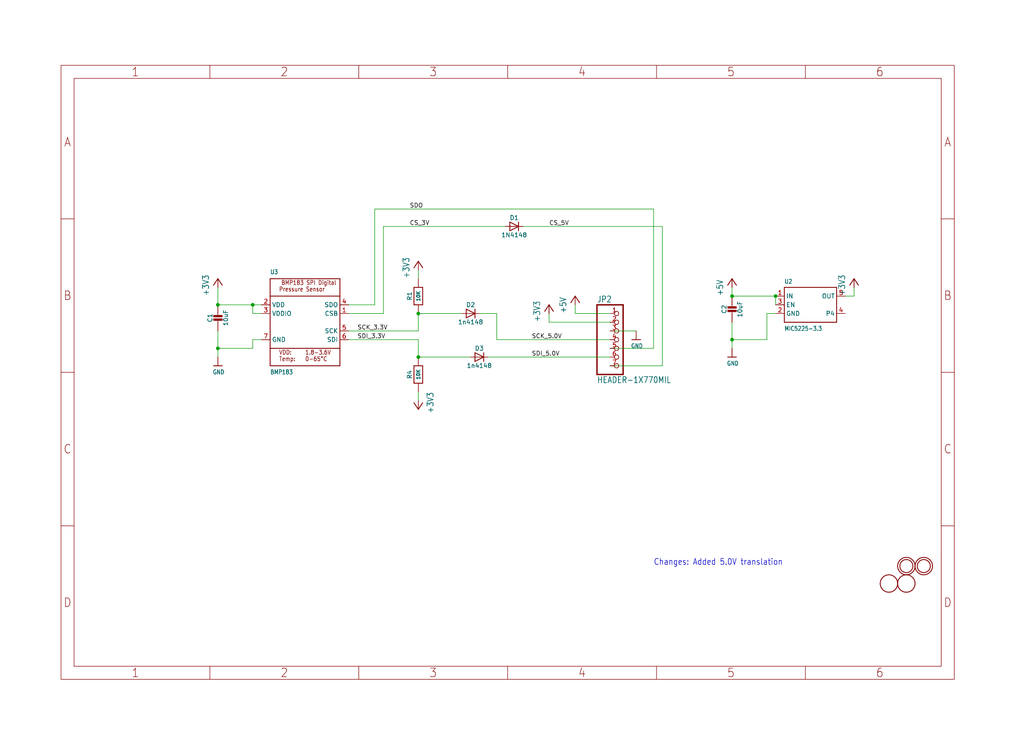
<source format=kicad_sch>
(kicad_sch (version 20211123) (generator eeschema)
  (paper "User" 298.45 217.881)
  (lib_symbols
    (symbol "schematicEagle-eagle-import:+3V3" (power)
      (property "Value" "+3V3" (at -2.54 -5.08 90))
      (symbol "+3V3_1_0"
        (polyline (pts (xy 0 0) (xy -1.27 -1.905)) (stroke (width 0.254)))
        (polyline (pts (xy 1.27 -1.905) (xy 0 0)) (stroke (width 0.254)))
        (pin power_in line (at 0 -2.54 90) (length 2.54) (name "+3V3") (number "1"))
      )
    )
    (symbol "schematicEagle-eagle-import:+5V" (power)
      (property "Value" "+5V" (at -2.54 -5.08 90))
      (symbol "+5V_1_0"
        (polyline (pts (xy 0 0) (xy -1.27 -1.905)) (stroke (width 0.254)))
        (polyline (pts (xy 1.27 -1.905) (xy 0 0)) (stroke (width 0.254)))
        (pin power_in line (at 0 -2.54 90) (length 2.54) (name "+5V") (number "1"))
      )
    )
    (symbol "schematicEagle-eagle-import:BMP183"
      (property "Reference" "IC" (at -10.16 13.97 0))
      (property "Value" "BMP183" (at -10.16 -15.24 0))
      (symbol "BMP183_1_0"
        (polyline (pts (xy -10.16 -7.62) (xy -10.16 -12.7)) (stroke (width 0.254)))
        (polyline (pts (xy -10.16 -7.62) (xy -10.16 7.62)) (stroke (width 0.254)))
        (polyline (pts (xy -10.16 7.62) (xy 10.16 7.62)) (stroke (width 0.254)))
        (polyline (pts (xy -10.16 12.7) (xy -10.16 7.62)) (stroke (width 0.254)))
        (polyline (pts (xy -10.16 12.7) (xy 10.16 12.7)) (stroke (width 0.254)))
        (polyline (pts (xy 10.16 -12.7) (xy -10.16 -12.7)) (stroke (width 0.254)))
        (polyline (pts (xy 10.16 -7.62) (xy -10.16 -7.62)) (stroke (width 0.254)))
        (polyline (pts (xy 10.16 -7.62) (xy 10.16 -12.7)) (stroke (width 0.254)))
        (polyline (pts (xy 10.16 7.62) (xy 10.16 -7.62)) (stroke (width 0.254)))
        (polyline (pts (xy 10.16 12.7) (xy 10.16 7.62)) (stroke (width 0.254)))
        (text "0-65°C" (at 0 -11.43 0) (effects (font (size 1.27 1.0795)) (justify left bottom)))
        (text "1.8-3.6V" (at 0 -9.525 0) (effects (font (size 1.27 1.0795)) (justify left bottom)))
        (text "BMP183 SPI Digital" (at -6.985 10.795 0) (effects (font (size 1.27 1.0795)) (justify left bottom)))
        (text "Pressure Sensor" (at -7.62 8.89 0) (effects (font (size 1.27 1.0795)) (justify left bottom)))
        (text "Temp:" (at -7.62 -11.43 0) (effects (font (size 1.27 1.0795)) (justify left bottom)))
        (text "VDD:" (at -7.62 -9.525 0) (effects (font (size 1.27 1.0795)) (justify left bottom)))
        (pin input line (at 12.7 2.54 180) (length 2.54) (name "CSB") (number "1"))
        (pin power_in line (at -12.7 5.08 0) (length 2.54) (name "VDD") (number "2"))
        (pin power_in line (at -12.7 2.54 0) (length 2.54) (name "VDDIO") (number "3"))
        (pin output line (at 12.7 5.08 180) (length 2.54) (name "SDO") (number "4"))
        (pin input line (at 12.7 -2.54 180) (length 2.54) (name "SCK") (number "5"))
        (pin input line (at 12.7 -5.08 180) (length 2.54) (name "SDI") (number "6"))
        (pin power_in line (at -12.7 -5.08 0) (length 2.54) (name "GND") (number "7"))
      )
    )
    (symbol "schematicEagle-eagle-import:CAP_CERAMIC0805-NOOUTLINE"
      (property "Reference" "C" (at -2.29 1.25 90))
      (property "Value" "CAP_CERAMIC0805-NOOUTLINE" (at 2.3 1.25 90))
      (symbol "CAP_CERAMIC0805-NOOUTLINE_1_0"
        (rectangle (start -1.27 0.508) (end 1.27 1.016) (fill (type outline)))
        (rectangle (start -1.27 1.524) (end 1.27 2.032) (fill (type outline)))
        (polyline (pts (xy 0 0.762) (xy 0 0)) (stroke (width 0.1524)))
        (polyline (pts (xy 0 2.54) (xy 0 1.778)) (stroke (width 0.1524)))
        (pin passive line (at 0 5.08 270) (length 2.54) (name "1") (number "1"))
        (pin passive line (at 0 -2.54 90) (length 2.54) (name "2") (number "2"))
      )
    )
    (symbol "schematicEagle-eagle-import:DIODESOD-323"
      (property "Reference" "D" (at 0 2.54 0))
      (property "Value" "DIODESOD-323" (at 0 -2.5 0))
      (symbol "DIODESOD-323_1_0"
        (polyline (pts (xy -1.27 -1.27) (xy 1.27 0)) (stroke (width 0.254)))
        (polyline (pts (xy -1.27 1.27) (xy -1.27 -1.27)) (stroke (width 0.254)))
        (polyline (pts (xy 1.27 0) (xy -1.27 1.27)) (stroke (width 0.254)))
        (polyline (pts (xy 1.27 0) (xy 1.27 -1.27)) (stroke (width 0.254)))
        (polyline (pts (xy 1.27 1.27) (xy 1.27 0)) (stroke (width 0.254)))
        (pin passive line (at -2.54 0 0) (length 2.54) (name "A") (number "A"))
        (pin passive line (at 2.54 0 180) (length 2.54) (name "C") (number "C"))
      )
    )
    (symbol "schematicEagle-eagle-import:FIDUCIAL"
      (symbol "FIDUCIAL_1_0"
        (circle (center 0 0) (radius 2.54) (stroke (width 0.254)))
      )
    )
    (symbol "schematicEagle-eagle-import:FRAME_A4"
      (symbol "FRAME_A4_0_0"
        (polyline (pts (xy 0 44.7675) (xy 3.81 44.7675)))
        (polyline (pts (xy 0 89.535) (xy 3.81 89.535)))
        (polyline (pts (xy 0 134.3025) (xy 3.81 134.3025)))
        (polyline (pts (xy 3.81 3.81) (xy 3.81 175.26)))
        (polyline (pts (xy 43.3917 0) (xy 43.3917 3.81)))
        (polyline (pts (xy 43.3917 175.26) (xy 43.3917 179.07)))
        (polyline (pts (xy 86.7833 0) (xy 86.7833 3.81)))
        (polyline (pts (xy 86.7833 175.26) (xy 86.7833 179.07)))
        (polyline (pts (xy 130.175 0) (xy 130.175 3.81)))
        (polyline (pts (xy 130.175 175.26) (xy 130.175 179.07)))
        (polyline (pts (xy 173.5667 0) (xy 173.5667 3.81)))
        (polyline (pts (xy 173.5667 175.26) (xy 173.5667 179.07)))
        (polyline (pts (xy 216.9583 0) (xy 216.9583 3.81)))
        (polyline (pts (xy 216.9583 175.26) (xy 216.9583 179.07)))
        (polyline (pts (xy 256.54 3.81) (xy 3.81 3.81)))
        (polyline (pts (xy 256.54 3.81) (xy 256.54 175.26)))
        (polyline (pts (xy 256.54 44.7675) (xy 260.35 44.7675)))
        (polyline (pts (xy 256.54 89.535) (xy 260.35 89.535)))
        (polyline (pts (xy 256.54 134.3025) (xy 260.35 134.3025)))
        (polyline (pts (xy 256.54 175.26) (xy 3.81 175.26)))
        (polyline (pts (xy 0 0) (xy 260.35 0) (xy 260.35 179.07) (xy 0 179.07) (xy 0 0)))
        (text "1" (at 21.6958 1.905 0) (effects (font (size 2.54 2.286))))
        (text "1" (at 21.6958 177.165 0) (effects (font (size 2.54 2.286))))
        (text "2" (at 65.0875 1.905 0) (effects (font (size 2.54 2.286))))
        (text "2" (at 65.0875 177.165 0) (effects (font (size 2.54 2.286))))
        (text "3" (at 108.4792 1.905 0) (effects (font (size 2.54 2.286))))
        (text "3" (at 108.4792 177.165 0) (effects (font (size 2.54 2.286))))
        (text "4" (at 151.8708 1.905 0) (effects (font (size 2.54 2.286))))
        (text "4" (at 151.8708 177.165 0) (effects (font (size 2.54 2.286))))
        (text "5" (at 195.2625 1.905 0) (effects (font (size 2.54 2.286))))
        (text "5" (at 195.2625 177.165 0) (effects (font (size 2.54 2.286))))
        (text "6" (at 238.6542 1.905 0) (effects (font (size 2.54 2.286))))
        (text "6" (at 238.6542 177.165 0) (effects (font (size 2.54 2.286))))
        (text "A" (at 1.905 156.6863 0) (effects (font (size 2.54 2.286))))
        (text "A" (at 258.445 156.6863 0) (effects (font (size 2.54 2.286))))
        (text "B" (at 1.905 111.9188 0) (effects (font (size 2.54 2.286))))
        (text "B" (at 258.445 111.9188 0) (effects (font (size 2.54 2.286))))
        (text "C" (at 1.905 67.1513 0) (effects (font (size 2.54 2.286))))
        (text "C" (at 258.445 67.1513 0) (effects (font (size 2.54 2.286))))
        (text "D" (at 1.905 22.3838 0) (effects (font (size 2.54 2.286))))
        (text "D" (at 258.445 22.3838 0) (effects (font (size 2.54 2.286))))
      )
      (symbol "FRAME_A4_1_0"
        (polyline (pts (xy 256.54 3.81) (xy 256.54 8.89)) (stroke (width 0.1016)))
        (polyline (pts (xy 256.54 8.89) (xy 256.54 13.97)) (stroke (width 0.1016)))
        (polyline (pts (xy 256.54 13.97) (xy 256.54 19.05)) (stroke (width 0.1016)))
        (polyline (pts (xy 256.54 19.05) (xy 256.54 36.83)) (stroke (width 0.1016)))
      )
      (symbol "FRAME_A4_2_0"
        (polyline (pts (xy 1.27 -6.35) (xy 1.27 0)) (stroke (width 0.1016)))
        (polyline (pts (xy 1.27 0) (xy 82.55 0)) (stroke (width 0.1016)))
        (polyline (pts (xy 82.55 -6.35) (xy 1.27 -6.35)) (stroke (width 0.1016)))
        (polyline (pts (xy 82.55 0) (xy 82.55 -6.35)) (stroke (width 0.1016)))
        (text "PART OR WHOLE IS STRICTLY PROHIBITED WITHOUT WRITTEN PERMISSION!" (at 3.81 -5.08 0) (effects (font (size 1.27 1.0795)) (justify left bottom)))
        (text "PROPRIETARY" (at 3.81 -10.16 0) (effects (font (size 2.54 2.159) (thickness 0.4318) bold) (justify left bottom)))
        (text "THIS DRAWING CONTAINS CONFIDENTIAL INFORMATION. ANY REPRODUCTION IN" (at 3.81 -2.794 0) (effects (font (size 1.27 1.0795)) (justify left bottom)))
      )
      (symbol "FRAME_A4_3_0"
        (polyline (pts (xy 0 1.27) (xy 20.32 1.27)) (stroke (width 0.6096)))
        (polyline (pts (xy 0 10.16) (xy 0 1.27)) (stroke (width 0.6096)))
        (polyline (pts (xy 0 10.16) (xy 20.32 10.16)) (stroke (width 0.3048)))
        (polyline (pts (xy 0 19.05) (xy 0 10.16)) (stroke (width 0.6096)))
        (polyline (pts (xy 0 19.05) (xy 20.32 19.05)) (stroke (width 0.3048)))
        (polyline (pts (xy 0 27.94) (xy 0 19.05)) (stroke (width 0.6096)))
        (polyline (pts (xy 0 27.94) (xy 20.32 27.94)) (stroke (width 0.3048)))
        (polyline (pts (xy 0 34.29) (xy 0 27.94)) (stroke (width 0.6096)))
        (polyline (pts (xy 20.32 1.27) (xy 20.32 6.35)) (stroke (width 0.3048)))
        (polyline (pts (xy 20.32 1.27) (xy 95.885 1.27)) (stroke (width 0.6096)))
        (polyline (pts (xy 20.32 6.35) (xy 20.32 10.16)) (stroke (width 0.3048)))
        (polyline (pts (xy 20.32 6.35) (xy 88.9 6.35)) (stroke (width 0.3048)))
        (polyline (pts (xy 20.32 10.16) (xy 20.32 19.05)) (stroke (width 0.3048)))
        (polyline (pts (xy 20.32 16.51) (xy 20.32 19.05)) (stroke (width 0.3048)))
        (polyline (pts (xy 20.32 19.05) (xy 20.32 27.94)) (stroke (width 0.3048)))
        (polyline (pts (xy 20.32 27.94) (xy 20.32 34.29)) (stroke (width 0.3048)))
        (polyline (pts (xy 20.32 27.94) (xy 65.0875 27.94)) (stroke (width 0.3048)))
        (polyline (pts (xy 20.32 34.29) (xy 0 34.29)) (stroke (width 0.6096)))
        (polyline (pts (xy 65.0875 27.94) (xy 106.045 27.94)) (stroke (width 0.3048)))
        (polyline (pts (xy 65.0875 34.29) (xy 20.32 34.29)) (stroke (width 0.6096)))
        (polyline (pts (xy 88.9 6.35) (xy 95.885 6.35)) (stroke (width 0.3048)))
        (polyline (pts (xy 88.9 16.51) (xy 20.32 16.51)) (stroke (width 0.3048)))
        (polyline (pts (xy 88.9 16.51) (xy 88.9 6.35)) (stroke (width 0.3048)))
        (polyline (pts (xy 95.885 1.27) (xy 121.92 1.27)) (stroke (width 0.6096)))
        (polyline (pts (xy 95.885 6.35) (xy 95.885 1.27)) (stroke (width 0.3048)))
        (polyline (pts (xy 95.885 6.35) (xy 121.92 6.35)) (stroke (width 0.3048)))
        (polyline (pts (xy 101.6 13.0175) (xy 102.5525 13.0175)) (stroke (width 0.254)))
        (polyline (pts (xy 106.045 27.94) (xy 106.045 34.29)) (stroke (width 0.3048)))
        (polyline (pts (xy 106.045 27.94) (xy 110.49 27.94)) (stroke (width 0.3048)))
        (polyline (pts (xy 106.045 34.29) (xy 65.0875 34.29)) (stroke (width 0.6096)))
        (polyline (pts (xy 110.49 16.51) (xy 88.9 16.51)) (stroke (width 0.3048)))
        (polyline (pts (xy 110.49 27.94) (xy 110.49 16.51)) (stroke (width 0.3048)))
        (polyline (pts (xy 110.49 27.94) (xy 113.03 27.94)) (stroke (width 0.3048)))
        (polyline (pts (xy 113.03 27.94) (xy 121.92 27.94)) (stroke (width 0.3048)))
        (polyline (pts (xy 113.03 34.29) (xy 106.045 34.29)) (stroke (width 0.6096)))
        (polyline (pts (xy 121.92 6.35) (xy 121.92 1.27)) (stroke (width 0.6096)))
        (polyline (pts (xy 121.92 16.51) (xy 110.49 16.51)) (stroke (width 0.3048)))
        (polyline (pts (xy 121.92 16.51) (xy 121.92 6.35)) (stroke (width 0.6096)))
        (polyline (pts (xy 121.92 27.94) (xy 121.92 16.51)) (stroke (width 0.6096)))
        (polyline (pts (xy 121.92 34.29) (xy 113.03 34.29)) (stroke (width 0.6096)))
        (polyline (pts (xy 121.92 34.29) (xy 121.92 27.94)) (stroke (width 0.6096)))
        (circle (center 109.5375 31.115) (radius 1.4199) (stroke (width 0.254)))
        (text "2013" (at 112.7125 30.1625 0) (effects (font (size 1.778 1.5113)) (justify left bottom)))
        (text ">CHECKED" (at 2.54 11.43 0) (effects (font (size 1.778 1.5113)) (justify left bottom)))
        (text ">COMPANY" (at 23.6538 29.3687 0) (effects (font (size 3.175 2.6987) (thickness 0.5397) bold) (justify left bottom)))
        (text ">DATE" (at 2.54 2.54 0) (effects (font (size 1.778 1.5113)) (justify left bottom)))
        (text ">DRAWING_NAME" (at 33.3375 2.54 0) (effects (font (size 2.54 2.159)) (justify left bottom)))
        (text ">DRAWN" (at 2.54 20.32 0) (effects (font (size 1.778 1.5113)) (justify left bottom)))
        (text ">DRGNO" (at 91.44 8.89 0) (effects (font (size 2.1844 1.8567)) (justify left bottom)))
        (text ">LAST_DATE_TIME" (at 33.02 8.89 0) (effects (font (size 2.54 2.159)) (justify left bottom)))
        (text ">REV" (at 114.3 18.415 0) (effects (font (size 3.81 3.2385)) (justify left bottom)))
        (text ">SHEET" (at 109.22 2.54 0) (effects (font (size 2.54 2.54)) (justify left bottom)))
        (text "C" (at 109.0612 30.48 0) (effects (font (size 1.27 1.0795)) (justify left bottom)))
        (text "CHECKED" (at 1.27 15.875 0) (effects (font (size 1.778 1.5113)) (justify left bottom)))
        (text "DATE" (at 1.27 6.985 0) (effects (font (size 1.778 1.5113)) (justify left bottom)))
        (text "DATE" (at 21.59 12.7 0) (effects (font (size 2.54 2.54)) (justify left bottom)))
        (text "DRAWN" (at 1.27 24.765 0) (effects (font (size 1.778 1.5113)) (justify left bottom)))
        (text "DRG" (at 90.17 12.7 0) (effects (font (size 2.54 2.54)) (justify left bottom)))
        (text "FILE:" (at 21.59 2.54 0) (effects (font (size 2.54 2.54)) (justify left bottom)))
        (text "ISSUE" (at 5.3975 30.1625 0) (effects (font (size 1.9304 1.6408)) (justify left bottom)))
        (text "N" (at 98.7425 12.7 0) (effects (font (size 2.54 2.54)) (justify left bottom)))
        (text "o" (at 101.2825 13.6525 0) (effects (font (size 2.1844 1.8567)) (justify left bottom)))
        (text "PAGE:" (at 97.155 2.54 0) (effects (font (size 2.54 2.54)) (justify left bottom)))
        (text "REV" (at 112.7125 24.13 0) (effects (font (size 2.54 2.54)) (justify left bottom)))
        (text "TITLE" (at 21.59 24.13 0) (effects (font (size 2.54 2.54)) (justify left bottom)))
      )
    )
    (symbol "schematicEagle-eagle-import:GND" (power)
      (property "Value" "GND" (at -1.524 -2.54 0))
      (symbol "GND_1_0"
        (polyline (pts (xy -1.27 0) (xy 1.27 0)) (stroke (width 0.254)))
        (pin power_in line (at 0 2.54 270) (length 2.54) (name "GND") (number "1"))
      )
    )
    (symbol "schematicEagle-eagle-import:HEADER-1X770MIL"
      (property "Reference" "JP" (at -6.35 10.795 0))
      (property "Value" "HEADER-1X770MIL" (at -6.35 -12.7 0))
      (symbol "HEADER-1X770MIL_1_0"
        (polyline (pts (xy -6.35 -10.16) (xy 1.27 -10.16)) (stroke (width 0.4064)))
        (polyline (pts (xy -6.35 10.16) (xy -6.35 -10.16)) (stroke (width 0.4064)))
        (polyline (pts (xy 1.27 -10.16) (xy 1.27 10.16)) (stroke (width 0.4064)))
        (polyline (pts (xy 1.27 10.16) (xy -6.35 10.16)) (stroke (width 0.4064)))
        (pin passive inverted (at -2.54 7.62 0) (length 2.54) (name "1") (number "1"))
        (pin passive inverted (at -2.54 5.08 0) (length 2.54) (name "2") (number "2"))
        (pin passive inverted (at -2.54 2.54 0) (length 2.54) (name "3") (number "3"))
        (pin passive inverted (at -2.54 0 0) (length 2.54) (name "4") (number "4"))
        (pin passive inverted (at -2.54 -2.54 0) (length 2.54) (name "5") (number "5"))
        (pin passive inverted (at -2.54 -5.08 0) (length 2.54) (name "6") (number "6"))
        (pin passive inverted (at -2.54 -7.62 0) (length 2.54) (name "7") (number "7"))
      )
    )
    (symbol "schematicEagle-eagle-import:MOUNTINGHOLE2.0"
      (symbol "MOUNTINGHOLE2.0_1_0"
        (circle (center 0 0) (radius 1.905) (stroke (width 0.254)))
        (circle (center 0 0) (radius 2.54) (stroke (width 0.254)))
      )
    )
    (symbol "schematicEagle-eagle-import:RESISTOR0805_NOOUTLINE"
      (property "Reference" "R" (at 0 2.54 0))
      (property "Value" "RESISTOR0805_NOOUTLINE" (at 0 0 0))
      (symbol "RESISTOR0805_NOOUTLINE_1_0"
        (polyline (pts (xy -2.54 -1.27) (xy -2.54 1.27)) (stroke (width 0.254)))
        (polyline (pts (xy -2.54 1.27) (xy 2.54 1.27)) (stroke (width 0.254)))
        (polyline (pts (xy 2.54 -1.27) (xy -2.54 -1.27)) (stroke (width 0.254)))
        (polyline (pts (xy 2.54 1.27) (xy 2.54 -1.27)) (stroke (width 0.254)))
        (pin passive line (at -5.08 0 0) (length 2.54) (name "1") (number "1"))
        (pin passive line (at 5.08 0 180) (length 2.54) (name "2") (number "2"))
      )
    )
    (symbol "schematicEagle-eagle-import:VREG_SOT23-5"
      (property "Reference" "U" (at -7.62 6.096 0))
      (property "Value" "VREG_SOT23-5" (at -7.62 -7.62 0))
      (symbol "VREG_SOT23-5_1_0"
        (polyline (pts (xy -7.62 -5.08) (xy -7.62 5.08)) (stroke (width 0.254)))
        (polyline (pts (xy -7.62 5.08) (xy 7.62 5.08)) (stroke (width 0.254)))
        (polyline (pts (xy 7.62 -5.08) (xy -7.62 -5.08)) (stroke (width 0.254)))
        (polyline (pts (xy 7.62 5.08) (xy 7.62 -5.08)) (stroke (width 0.254)))
        (pin power_in line (at -10.16 2.54 0) (length 2.54) (name "IN") (number "1"))
        (pin power_in line (at -10.16 -2.54 0) (length 2.54) (name "GND") (number "2"))
        (pin input line (at -10.16 0 0) (length 2.54) (name "EN") (number "3"))
        (pin bidirectional line (at 10.16 -2.54 180) (length 2.54) (name "P4") (number "4"))
        (pin power_in line (at 10.16 2.54 180) (length 2.54) (name "OUT") (number "5"))
      )
    )
  )
  (junction (at 121.92 104.14))
  (junction (at 63.5 88.9))
  (junction (at 121.92 91.44))
  (junction (at 73.66 88.9))
  (junction (at 213.36 99.06))
  (junction (at 63.5 101.6))
  (junction (at 226.06 86.36))
  (junction (at 213.36 86.36))
  (wire (pts (xy 177.8 96.52) (xy 185.42 96.52)))
  (wire (pts (xy 137.16 104.14) (xy 121.92 104.14)))
  (wire (pts (xy 190.5 101.6) (xy 177.8 101.6)))
  (wire (pts (xy 121.92 104.14) (xy 121.92 99.06)))
  (wire (pts (xy 63.5 101.6) (xy 63.5 96.52)))
  (wire (pts (xy 248.92 86.36) (xy 248.92 83.82)))
  (wire (pts (xy 73.66 99.06) (xy 76.2 99.06)))
  (wire (pts (xy 167.64 91.44) (xy 167.64 88.9)))
  (wire (pts (xy 193.04 106.68) (xy 177.8 106.68)))
  (wire (pts (xy 63.5 101.6) (xy 73.66 101.6)))
  (wire (pts (xy 101.6 99.06) (xy 121.92 99.06)))
  (wire (pts (xy 152.4 66.04) (xy 193.04 66.04)))
  (wire (pts (xy 144.78 91.44) (xy 144.78 99.06)))
  (wire (pts (xy 213.36 99.06) (xy 213.36 101.6)))
  (wire (pts (xy 63.5 88.9) (xy 63.5 83.82)))
  (wire (pts (xy 139.7 91.44) (xy 144.78 91.44)))
  (wire (pts (xy 111.76 66.04) (xy 147.32 66.04)))
  (wire (pts (xy 109.22 60.96) (xy 190.5 60.96)))
  (wire (pts (xy 121.92 96.52) (xy 101.6 96.52)))
  (wire (pts (xy 63.5 101.6) (xy 63.5 104.14)))
  (wire (pts (xy 193.04 66.04) (xy 193.04 106.68)))
  (wire (pts (xy 226.06 91.44) (xy 223.52 91.44)))
  (wire (pts (xy 190.5 60.96) (xy 190.5 101.6)))
  (wire (pts (xy 226.06 86.36) (xy 213.36 86.36)))
  (wire (pts (xy 73.66 101.6) (xy 73.66 99.06)))
  (wire (pts (xy 73.66 88.9) (xy 63.5 88.9)))
  (wire (pts (xy 177.8 91.44) (xy 167.64 91.44)))
  (wire (pts (xy 111.76 91.44) (xy 111.76 66.04)))
  (wire (pts (xy 73.66 91.44) (xy 73.66 88.9)))
  (wire (pts (xy 121.92 96.52) (xy 121.92 91.44)))
  (wire (pts (xy 121.92 78.74) (xy 121.92 81.28)))
  (wire (pts (xy 246.38 86.36) (xy 248.92 86.36)))
  (wire (pts (xy 101.6 88.9) (xy 109.22 88.9)))
  (wire (pts (xy 101.6 91.44) (xy 111.76 91.44)))
  (wire (pts (xy 160.02 93.98) (xy 177.8 93.98)))
  (wire (pts (xy 213.36 99.06) (xy 213.36 93.98)))
  (wire (pts (xy 121.92 116.84) (xy 121.92 114.3)))
  (wire (pts (xy 76.2 91.44) (xy 73.66 91.44)))
  (wire (pts (xy 142.24 104.14) (xy 177.8 104.14)))
  (wire (pts (xy 121.92 91.44) (xy 134.62 91.44)))
  (wire (pts (xy 76.2 88.9) (xy 73.66 88.9)))
  (wire (pts (xy 223.52 99.06) (xy 213.36 99.06)))
  (wire (pts (xy 160.02 91.44) (xy 160.02 93.98)))
  (wire (pts (xy 223.52 91.44) (xy 223.52 99.06)))
  (wire (pts (xy 226.06 88.9) (xy 226.06 86.36)))
  (wire (pts (xy 109.22 88.9) (xy 109.22 60.96)))
  (wire (pts (xy 144.78 99.06) (xy 177.8 99.06)))
  (wire (pts (xy 213.36 83.82) (xy 213.36 86.36)))
  (text "Changes: Added 5.0V translation" (at 190.5 165.1 180) (effects (font (size 1.778 1.5113)) (justify left bottom)))
  (label "CS_5V" (at 160.02 66.04 0) (effects (font (size 1.2446 1.2446))))
  (label "SCK_3.3V" (at 104.14 96.52 0) (effects (font (size 1.2446 1.2446))))
  (label "SDO" (at 119.38 60.96 0) (effects (font (size 1.2446 1.2446))))
  (label "CS_3V" (at 119.38 66.04 0) (effects (font (size 1.2446 1.2446))))
  (label "SDI_5.0V" (at 154.94 104.14 0) (effects (font (size 1.2446 1.2446))))
  (label "SDI_3.3V" (at 104.14 99.06 0) (effects (font (size 1.2446 1.2446))))
  (label "SCK_5.0V" (at 154.94 99.06 0) (effects (font (size 1.2446 1.2446))))
  (symbol (lib_id "schematicEagle-eagle-import:FRAME_A4") (at 17.78 198.12 0) (unit 1)
    (property "Reference" "#FRAME1" (effects hide))
    (property "Value" "FRAME_A4" (effects hide))
    (property "Footprint" "schematicEagle:" (effects hide))
  )
  (symbol (lib_id "schematicEagle-eagle-import:DIODESOD-323") (at 149.86 66.04 0) (unit 1)
    (property "Reference" "D1" (at 149.86 63.5 0))
    (property "Value" "1N4148" (at 149.86 68.54 0))
    (property "Footprint" "schematicEagle:SOD-323" (effects hide))
  )
  (symbol (lib_id "schematicEagle-eagle-import:DIODESOD-323") (at 139.7 104.14 0) (unit 1)
    (property "Reference" "D3" (at 139.7 101.6 0))
    (property "Value" "1n4148" (at 139.7 106.64 0))
    (property "Footprint" "schematicEagle:SOD-323" (effects hide))
  )
  (symbol (lib_id "schematicEagle-eagle-import:CAP_CERAMIC0805-NOOUTLINE") (at 63.5 93.98 0) (unit 1)
    (property "Reference" "C1" (at 61.21 92.73 90))
    (property "Value" "10uF" (at 65.8 92.73 90))
    (property "Footprint" "schematicEagle:0805-NO" (effects hide))
  )
  (symbol (lib_id "schematicEagle-eagle-import:+3V3") (at 63.5 81.28 0) (unit 1)
    (property "Reference" "#+3V7" (effects hide))
    (property "Value" "+3V3" (at 60.96 86.36 90) (effects (font (size 1.778 1.5113)) (justify left bottom)))
    (property "Footprint" "schematicEagle:" (effects hide))
  )
  (symbol (lib_id "schematicEagle-eagle-import:+5V") (at 213.36 81.28 0) (unit 1)
    (property "Reference" "#P+4" (effects hide))
    (property "Value" "+5V" (at 210.82 86.36 90) (effects (font (size 1.778 1.5113)) (justify left bottom)))
    (property "Footprint" "schematicEagle:" (effects hide))
  )
  (symbol (lib_id "schematicEagle-eagle-import:HEADER-1X770MIL") (at 180.34 99.06 0) (unit 1)
    (property "Reference" "JP2" (at 173.99 88.265 0) (effects (font (size 1.778 1.5113)) (justify left bottom)))
    (property "Value" "HEADER-1X770MIL" (at 173.99 111.76 0) (effects (font (size 1.778 1.5113)) (justify left bottom)))
    (property "Footprint" "schematicEagle:1X07_ROUND_70" (effects hide))
  )
  (symbol (lib_id "schematicEagle-eagle-import:RESISTOR0805_NOOUTLINE") (at 121.92 109.22 90) (unit 1)
    (property "Reference" "R4" (at 119.38 109.22 0))
    (property "Value" "10K" (at 121.92 109.22 0) (effects (font (size 1.016 1.016) bold)))
    (property "Footprint" "schematicEagle:0805-NO" (effects hide))
  )
  (symbol (lib_id "schematicEagle-eagle-import:+3V3") (at 121.92 76.2 0) (unit 1)
    (property "Reference" "#+3V4" (effects hide))
    (property "Value" "+3V3" (at 119.38 81.28 90) (effects (font (size 1.778 1.5113)) (justify left bottom)))
    (property "Footprint" "schematicEagle:" (effects hide))
  )
  (symbol (lib_id "schematicEagle-eagle-import:FIDUCIAL") (at 264.16 170.18 0) (unit 1)
    (property "Reference" "U$15" (effects hide))
    (property "Value" "FIDUCIAL" (effects hide))
    (property "Footprint" "schematicEagle:FIDUCIAL_1MM" (effects hide))
  )
  (symbol (lib_id "schematicEagle-eagle-import:DIODESOD-323") (at 137.16 91.44 0) (unit 1)
    (property "Reference" "D2" (at 137.16 88.9 0))
    (property "Value" "1n4148" (at 137.16 93.94 0))
    (property "Footprint" "schematicEagle:SOD-323" (effects hide))
  )
  (symbol (lib_id "schematicEagle-eagle-import:BMP183") (at 88.9 93.98 0) (unit 1)
    (property "Reference" "U3" (at 78.74 80.01 0) (effects (font (size 1.27 1.0795)) (justify left bottom)))
    (property "Value" "BMP183" (at 78.74 109.22 0) (effects (font (size 1.27 1.0795)) (justify left bottom)))
    (property "Footprint" "schematicEagle:BMP18X_EXTENDED" (effects hide))
  )
  (symbol (lib_id "schematicEagle-eagle-import:VREG_SOT23-5") (at 236.22 88.9 0) (unit 1)
    (property "Reference" "U2" (at 228.6 82.804 0) (effects (font (size 1.27 1.0795)) (justify left bottom)))
    (property "Value" "MIC5225-3.3" (at 228.6 96.52 0) (effects (font (size 1.27 1.0795)) (justify left bottom)))
    (property "Footprint" "schematicEagle:SOT23-5" (effects hide))
  )
  (symbol (lib_id "schematicEagle-eagle-import:MOUNTINGHOLE2.0") (at 269.24 165.1 0) (unit 1)
    (property "Reference" "U$7" (effects hide))
    (property "Value" "MOUNTINGHOLE2.0" (effects hide))
    (property "Footprint" "schematicEagle:MOUNTINGHOLE_2.0_PLATED" (effects hide))
  )
  (symbol (lib_id "schematicEagle-eagle-import:+3V3") (at 248.92 81.28 0) (unit 1)
    (property "Reference" "#+3V6" (effects hide))
    (property "Value" "+3V3" (at 246.38 86.36 90) (effects (font (size 1.778 1.5113)) (justify left bottom)))
    (property "Footprint" "schematicEagle:" (effects hide))
  )
  (symbol (lib_id "schematicEagle-eagle-import:RESISTOR0805_NOOUTLINE") (at 121.92 86.36 90) (unit 1)
    (property "Reference" "R1" (at 119.38 86.36 0))
    (property "Value" "10K" (at 121.92 86.36 0) (effects (font (size 1.016 1.016) bold)))
    (property "Footprint" "schematicEagle:0805-NO" (effects hide))
  )
  (symbol (lib_id "schematicEagle-eagle-import:+3V3") (at 121.92 119.38 180) (unit 1)
    (property "Reference" "#+3V5" (effects hide))
    (property "Value" "+3V3" (at 124.46 114.3 90) (effects (font (size 1.778 1.5113)) (justify left bottom)))
    (property "Footprint" "schematicEagle:" (effects hide))
  )
  (symbol (lib_id "schematicEagle-eagle-import:GND") (at 63.5 106.68 0) (unit 1)
    (property "Reference" "#U$3" (effects hide))
    (property "Value" "GND" (at 61.976 109.22 0) (effects (font (size 1.27 1.0795)) (justify left bottom)))
    (property "Footprint" "schematicEagle:" (effects hide))
  )
  (symbol (lib_id "schematicEagle-eagle-import:MOUNTINGHOLE2.0") (at 264.16 165.1 0) (unit 1)
    (property "Reference" "U$8" (effects hide))
    (property "Value" "MOUNTINGHOLE2.0" (effects hide))
    (property "Footprint" "schematicEagle:MOUNTINGHOLE_2.0_PLATED" (effects hide))
  )
  (symbol (lib_id "schematicEagle-eagle-import:GND") (at 185.42 99.06 0) (unit 1)
    (property "Reference" "#U$4" (effects hide))
    (property "Value" "GND" (at 183.896 101.6 0) (effects (font (size 1.27 1.0795)) (justify left bottom)))
    (property "Footprint" "schematicEagle:" (effects hide))
  )
  (symbol (lib_id "schematicEagle-eagle-import:GND") (at 213.36 104.14 0) (unit 1)
    (property "Reference" "#U$13" (effects hide))
    (property "Value" "GND" (at 211.836 106.68 0) (effects (font (size 1.27 1.0795)) (justify left bottom)))
    (property "Footprint" "schematicEagle:" (effects hide))
  )
  (symbol (lib_id "schematicEagle-eagle-import:FIDUCIAL") (at 259.08 170.18 0) (unit 1)
    (property "Reference" "U$5" (effects hide))
    (property "Value" "FIDUCIAL" (effects hide))
    (property "Footprint" "schematicEagle:FIDUCIAL_1MM" (effects hide))
  )
  (symbol (lib_id "schematicEagle-eagle-import:+3V3") (at 160.02 88.9 0) (unit 1)
    (property "Reference" "#+3V1" (effects hide))
    (property "Value" "+3V3" (at 157.48 93.98 90) (effects (font (size 1.778 1.5113)) (justify left bottom)))
    (property "Footprint" "schematicEagle:" (effects hide))
  )
  (symbol (lib_id "schematicEagle-eagle-import:CAP_CERAMIC0805-NOOUTLINE") (at 213.36 91.44 0) (unit 1)
    (property "Reference" "C2" (at 211.07 90.19 90))
    (property "Value" "10uF" (at 215.66 90.19 90))
    (property "Footprint" "schematicEagle:0805-NO" (effects hide))
  )
  (symbol (lib_id "schematicEagle-eagle-import:+5V") (at 167.64 86.36 0) (unit 1)
    (property "Reference" "#P+2" (effects hide))
    (property "Value" "+5V" (at 165.1 91.44 90) (effects (font (size 1.778 1.5113)) (justify left bottom)))
    (property "Footprint" "schematicEagle:" (effects hide))
  )
)
</source>
